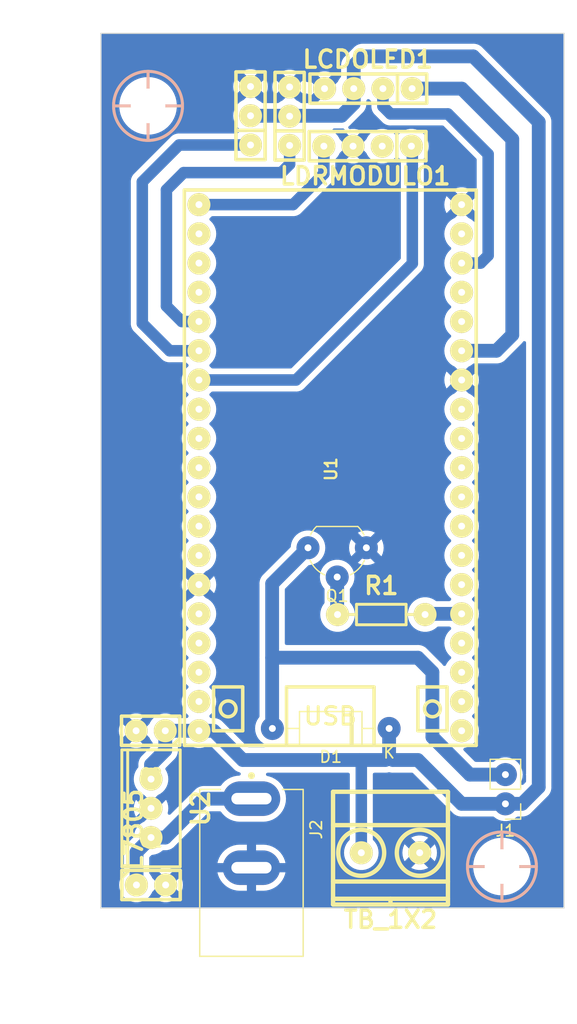
<source format=kicad_pcb>
(kicad_pcb (version 20221018) (generator pcbnew)
  (layers (0 "F.Cu" signal) (31 "B.Cu" signal) (34 "B.Paste" user) (35 "F.Paste" user) (36 "B.SilkS" user "B.Silkscreen") (37 "F.SilkS" user "F.Silkscreen") (38 "B.Mask" user) (39 "F.Mask" user) (44 "Edge.Cuts" user))
  (net 0 "")
  (net 1 "Earth")
  (net 2 "+12V")
  (net 3 "/SDA")
  (net 4 "/SCL")
  (net 5 "+5V")
  (net 6 "/A0")
  (net 8 "Net-(Q1-B)")
  (net 9 "/AUOT")
  (net 10 "+3.3V")
  (net 14 "/SERIAL")
  (net 39 "/ON")
  (net 40 "/motor-")
  (footprint "eestn5:RES0.3" (layer "F.Cu") (at 142.87 101.66)
    (fp_text reference "R1" (at 0 -2.5) (layer "F.SilkS") (effects (font (size 1.5 1.5) (thickness 0.3))))
    (fp_text value "1500" hide)
    (fp_line (start -2.159 -0.889) (end -2.159 0.889) (stroke (width 0.254)) (layer "F.SilkS"))
    (fp_line (start -2.159 0) (end -3.81 0) (stroke (width 0.254)) (layer "F.SilkS"))
    (fp_line (start -2.159 0.889) (end 2.159 0.889) (stroke (width 0.254)) (layer "F.SilkS"))
    (fp_line (start 2.159 -0.889) (end -2.159 -0.889) (stroke (width 0.254)) (layer "F.SilkS"))
    (fp_line (start 2.159 0) (end 3.81 0) (stroke (width 0.254)) (layer "F.SilkS"))
    (fp_line (start 2.159 0.889) (end 2.159 -0.889) (stroke (width 0.254)) (layer "F.SilkS"))
    (pad "1" thru_hole circle (at -3.81 0) (size 2 2) (drill 0.6) (layers "*.Cu" "*.Mask" "F.SilkS") (net 8 "Net-(Q1-B)"))
    (pad "2" thru_hole circle (at 3.81 0) (size 2 2) (drill 0.6) (layers "*.Cu" "*.Mask" "F.SilkS") (net 39 "/ON"))
  )
  (footprint "eestn5:TO-220" (layer "F.Cu") (at 122.83 118.5 90)
    (fp_text reference "U2" (at 0 4.318 90) (layer "F.SilkS") (effects (font (size 1.524 1.524) (thickness 0.3048))))
    (fp_text value "L7805" (at -1.85 -1.518 90) (layer "F.SilkS") (effects (font (size 1.524 1.524) (thickness 0.3048))))
    (fp_line (start -5.08 -2.54) (end -5.08 -1.27) (stroke (width 0.254)) (layer "F.SilkS"))
    (fp_line (start -5.08 -2.032) (end 5.08 -2.032) (stroke (width 0.254)) (layer "F.SilkS"))
    (fp_line (start -5.08 -1.27) (end -5.08 2.54) (stroke (width 0.254)) (layer "F.SilkS"))
    (fp_line (start -5.08 2.54) (end 5.08 2.54) (stroke (width 0.254)) (layer "F.SilkS"))
    (fp_line (start 5.08 -2.54) (end -5.08 -2.54) (stroke (width 0.254)) (layer "F.SilkS"))
    (fp_line (start 5.08 2.54) (end 5.08 -2.54) (stroke (width 0.254)) (layer "F.SilkS"))
    (pad "1" thru_hole circle (at -2.54 0 90) (size 2 2) (drill 0.6) (layers "*.Cu" "*.Mask" "F.SilkS") (net 2 "+12V"))
    (pad "2" thru_hole circle (at 0 0 90) (size 2 2) (drill 0.6) (layers "*.Cu" "*.Mask" "F.SilkS") (net 1 "Earth"))
    (pad "3" thru_hole circle (at 2.54 0 90) (size 2 2) (drill 0.6) (layers "*.Cu" "*.Mask" "F.SilkS") (net 5 "+5V"))
  )
  (footprint "Package_TO_SOT_THT:TO-92_Wide" (layer "F.Cu") (at 141.57 95.86 180)
    (fp_text reference "Q1" (at 2.55 -4.19) (layer "F.SilkS"))
    (fp_text value "PN2222A")
    (fp_line (start 0.74 1.85) (end 4.34 1.85) (stroke (width 0.12)) (layer "F.SilkS"))
    (fp_arc (start 0.172801 -1.103842) (mid 0.678995 -1.832692) (end 1.4 -2.35) (stroke (width 0.12)) (layer "F.SilkS"))
    (fp_arc (start 0.74 1.85) (mid 0.446097 1.509328) (end 0.215816 1.122795) (stroke (width 0.12)) (layer "F.SilkS"))
    (fp_arc (start 3.65 -2.35) (mid 4.382279 -1.833196) (end 4.895458 -1.098371) (stroke (width 0.12)) (layer "F.SilkS"))
    (fp_arc (start 4.864184 1.122795) (mid 4.633903 1.509328) (end 4.34 1.85) (stroke (width 0.12)) (layer "F.SilkS"))
    (pad "1" thru_hole circle (at 0 0 180) (size 2 2) (drill 0.6) (layers "*.Cu" "*.Mask") (net 1 "Earth"))
    (pad "2" thru_hole circle (at 2.54 -2.54 180) (size 2 2) (drill 0.6) (layers "*.Cu" "*.Mask") (net 8 "Net-(Q1-B)"))
    (pad "3" thru_hole circle (at 5.08 0 180) (size 2 2) (drill 0.6) (layers "*.Cu" "*.Mask") (net 40 "/motor-"))
  )
  (footprint "eestn5:pin_strip_4" (layer "F.Cu") (at 141.74 55.96 180)
    (fp_text reference "LCDOLED1" (at 0.05 2.54) (layer "F.SilkS") (effects (font (size 1.5 1.5) (thickness 0.3))))
    (fp_text value "Conn_01x04" hide)
    (fp_line (start -5.08 -1.27) (end 5.08 -1.27) (stroke (width 0.3048)) (layer "F.SilkS"))
    (fp_line (start -5.08 1.27) (end -5.08 -1.27) (stroke (width 0.3048)) (layer "F.SilkS"))
    (fp_line (start -2.54 -1.27) (end -2.54 1.27) (stroke (width 0.3048)) (layer "F.SilkS"))
    (fp_line (start 5.08 -1.27) (end 5.08 1.27) (stroke (width 0.3048)) (layer "F.SilkS"))
    (fp_line (start 5.08 1.27) (end -5.08 1.27) (stroke (width 0.3048)) (layer "F.SilkS"))
    (pad "1" thru_hole circle (at -3.81 0 180) (size 2 2) (drill 0.6) (layers "*.Cu" "*.Mask" "F.SilkS") (net 3 "/SDA"))
    (pad "2" thru_hole circle (at -1.27 0 180) (size 2 2) (drill 0.6) (layers "*.Cu" "*.Mask" "F.SilkS") (net 4 "/SCL"))
    (pad "3" thru_hole circle (at 1.27 0 180) (size 2 2) (drill 0.6) (layers "*.Cu" "*.Mask" "F.SilkS") (net 5 "+5V"))
    (pad "4" thru_hole circle (at 3.81 0 180) (size 2 2) (drill 0.6) (layers "*.Cu" "*.Mask" "F.SilkS") (net 1 "Earth"))
  )
  (footprint "eestn5:CAP_0.1" (layer "F.Cu") (at 122.83 125.16)
    (fp_text reference "C1" (at 0 -3.81) (layer "F.SilkS") (effects (font (size 1.016 1.016) (thickness 0.2032))))
    (fp_text value "0,33uF" hide)
    (fp_line (start -2.54 -0.635) (end -1.905 -1.27) (stroke (width 0.3048)) (layer "F.SilkS"))
    (fp_line (start -2.54 1.27) (end -2.54 -1.27) (stroke (width 0.3048)) (layer "F.SilkS"))
    (fp_line (start -2.4892 -1.27) (end 2.54 -1.27) (stroke (width 0.3048)) (layer "F.SilkS"))
    (fp_line (start 2.54 -1.27) (end 2.54 1.27) (stroke (width 0.3048)) (layer "F.SilkS"))
    (fp_line (start 2.54 1.27) (end -2.54 1.27) (stroke (width 0.3048)) (layer "F.SilkS"))
    (pad "1" thru_hole circle (at -1.27 0) (size 2 2) (drill 0.6) (layers "*.Cu" "*.Mask" "F.SilkS") (net 2 "+12V"))
    (pad "2" thru_hole circle (at 1.27 0) (size 2 2) (drill 0.6) (layers "*.Cu" "*.Mask" "F.SilkS") (net 1 "Earth"))
  )
  (footprint "Diode_THT:D_DO-41_SOD81_P10.16mm_Horizontal" (layer "F.Cu") (at 143.55 111.56 180)
    (fp_text reference "D1" (at 5.08 -2.47) (layer "F.SilkS"))
    (fp_text value "1N4007")
    (fp_text user "K" (at 0 -2.1) (layer "F.SilkS"))
    (fp_line (start 1.34 0) (end 2.36 0) (stroke (width 0.12)) (layer "F.SilkS"))
    (fp_line (start 2.36 -1.47) (end 2.36 1.47) (stroke (width 0.12)) (layer "F.SilkS"))
    (fp_line (start 2.36 1.47) (end 7.8 1.47) (stroke (width 0.12)) (layer "F.SilkS"))
    (fp_line (start 3.14 -1.47) (end 3.14 1.47) (stroke (width 0.12)) (layer "F.SilkS"))
    (fp_line (start 3.26 -1.47) (end 3.26 1.47) (stroke (width 0.12)) (layer "F.SilkS"))
    (fp_line (start 3.38 -1.47) (end 3.38 1.47) (stroke (width 0.12)) (layer "F.SilkS"))
    (fp_line (start 7.8 -1.47) (end 2.36 -1.47) (stroke (width 0.12)) (layer "F.SilkS"))
    (fp_line (start 7.8 1.47) (end 7.8 -1.47) (stroke (width 0.12)) (layer "F.SilkS"))
    (fp_line (start 8.82 0) (end 7.8 0) (stroke (width 0.12)) (layer "F.SilkS"))
    (pad "1" thru_hole circle (at 0 0 180) (size 2 2) (drill 0.6) (layers "*.Cu" "*.Mask") (net 5 "+5V"))
    (pad "2" thru_hole circle (at 10.16 0 180) (size 2 2) (drill 0.6) (layers "*.Cu" "*.Mask") (net 40 "/motor-"))
  )
  (footprint "Connector_PinHeader_2.54mm:PinHeader_1x02_P2.54mm_Vertical" (layer "F.Cu") (at 153.67 118.11 180)
    (fp_text reference "J1" (at 0 -2.33 180) (layer "F.SilkS"))
    (fp_text value "Conn_01x02_Pin")
    (fp_line (start -1.33 -1.33) (end 0 -1.33) (stroke (width 0.12)) (layer "F.SilkS"))
    (fp_line (start -1.33 0) (end -1.33 -1.33) (stroke (width 0.12)) (layer "F.SilkS"))
    (fp_line (start -1.33 1.27) (end -1.33 3.87) (stroke (width 0.12)) (layer "F.SilkS"))
    (fp_line (start -1.33 1.27) (end 1.33 1.27) (stroke (width 0.12)) (layer "F.SilkS"))
    (fp_line (start -1.33 3.87) (end 1.33 3.87) (stroke (width 0.12)) (layer "F.SilkS"))
    (fp_line (start 1.33 1.27) (end 1.33 3.87) (stroke (width 0.12)) (layer "F.SilkS"))
    (pad "1" thru_hole circle (at 0 0 180) (size 2 2) (drill 0.6) (layers "*.Cu" "*.Mask") (net 5 "+5V"))
    (pad "2" thru_hole circle (at 0 2.54 180) (size 2 2) (drill 0.6) (layers "*.Cu" "*.Mask") (net 40 "/motor-"))
  )
  (footprint "eestn5:hole_3mm" (layer "F.Cu") (at 153.37 123.56)
    (fp_text reference "H1" hide)
    (fp_text value "Mounting_Hole" hide)
    (fp_line (start -3 0) (end 3 0) (stroke (width 0.254)) (layer "B.SilkS"))
    (fp_line (start 0 -3) (end 0 3) (stroke (width 0.254)) (layer "B.SilkS"))
    (fp_circle (center 0 0) (end 3 0) (stroke (width 0.254)) (fill none) (layer "B.SilkS"))
    (fp_line (start -3 0) (end 3 0) (stroke (width 0.254)) (layer "F.SilkS"))
    (fp_line (start 0 -3) (end 0 3) (stroke (width 0.254)) (layer "F.SilkS"))
    (fp_circle (center 0 0) (end 3 0) (stroke (width 0.254)) (fill none) (layer "F.SilkS"))
    (pad "" np_thru_hole circle (at 0 0) (size 3 3) (drill 3) (layers "*.Cu" "*.Mask"))
  )
  (footprint "eestn5:Pin_Strip_3" (layer "F.Cu") (at 134.89 58.36 90)
    (fp_text reference "CAUDALIMETRO1" hide)
    (fp_text value "Conn_01X03" hide)
    (fp_line (start -3.81 -1.27) (end -3.81 1.27) (stroke (width 0.3048)) (layer "F.SilkS"))
    (fp_line (start -3.81 -1.27) (end 3.81 -1.27) (stroke (width 0.3048)) (layer "F.SilkS"))
    (fp_line (start -1.27 -1.27) (end -1.27 1.27) (stroke (width 0.3048)) (layer "F.SilkS"))
    (fp_line (start 3.81 -1.27) (end 3.81 1.27) (stroke (width 0.3048)) (layer "F.SilkS"))
    (fp_line (start 3.81 1.27) (end -3.81 1.27) (stroke (width 0.3048)) (layer "F.SilkS"))
    (pad "1" thru_hole circle (at -2.54 0 90) (size 2 2) (drill 0.6) (layers "*.Cu" "*.Mask" "F.SilkS") (net 14 "/SERIAL"))
    (pad "2" thru_hole circle (at 0 0 90) (size 2 2) (drill 0.6) (layers "*.Cu" "*.Mask" "F.SilkS") (net 5 "+5V"))
    (pad "3" thru_hole circle (at 2.54 0 90) (size 2 2) (drill 0.6) (layers "*.Cu" "*.Mask" "F.SilkS") (net 1 "Earth"))
  )
  (footprint "jack dc 12v 2 patas:CUI_PJ-037AH" (layer "F.Cu") (at 131.57 117.66 -90)
    (fp_text reference "J2" (at 2.675 -5.635 90) (layer "F.SilkS"))
    (fp_text value "Jack-DC")
    (fp_line (start -0.8 -4.5) (end 13.7 -4.5) (stroke (width 0.127)) (layer "F.SilkS"))
    (fp_line (start -0.8 -2.7) (end -0.8 -4.5) (stroke (width 0.127)) (layer "F.SilkS"))
    (fp_line (start -0.8 4.5) (end -0.8 2.7) (stroke (width 0.127)) (layer "F.SilkS"))
    (fp_line (start 13.7 -4.5) (end 13.7 4.5) (stroke (width 0.127)) (layer "F.SilkS"))
    (fp_line (start 13.7 4.5) (end -0.8 4.5) (stroke (width 0.127)) (layer "F.SilkS"))
    (fp_circle (center -2 0) (end -1.85 0) (stroke (width 0.3)) (fill none) (layer "F.SilkS"))
    (pad "1" thru_hole oval (at 0 0 270) (size 3 5) (drill oval 1 3.5) (layers "*.Cu" "*.Mask") (net 2 "+12V"))
    (pad "2" thru_hole oval (at 6 0 270) (size 3 5) (drill oval 1 3.5) (layers "*.Cu" "*.Mask") (net 1 "Earth"))
  )
  (footprint "eestn5:pin_strip_4" (layer "F.Cu") (at 141.68 60.96 180)
    (fp_text reference "LDRMODULO1" (at 0.21 -2.6) (layer "F.SilkS") (effects (font (size 1.5 1.5) (thickness 0.3))))
    (fp_text value "Conn_01x04" hide)
    (fp_line (start -5.08 -1.27) (end 5.08 -1.27) (stroke (width 0.3048)) (layer "F.SilkS"))
    (fp_line (start -5.08 1.27) (end -5.08 -1.27) (stroke (width 0.3048)) (layer "F.SilkS"))
    (fp_line (start -2.54 -1.27) (end -2.54 1.27) (stroke (width 0.3048)) (layer "F.SilkS"))
    (fp_line (start 5.08 -1.27) (end 5.08 1.27) (stroke (width 0.3048)) (layer "F.SilkS"))
    (fp_line (start 5.08 1.27) (end -5.08 1.27) (stroke (width 0.3048)) (layer "F.SilkS"))
    (pad "1" thru_hole circle (at -3.81 0 180) (size 2 2) (drill 0.6) (layers "*.Cu" "*.Mask" "F.SilkS") (net 6 "/A0"))
    (pad "2" thru_hole circle (at -1.27 0 180) (size 2 2) (drill 0.6) (layers "*.Cu" "*.Mask" "F.SilkS"))
    (pad "3" thru_hole circle (at 1.27 0 180) (size 2 2) (drill 0.6) (layers "*.Cu" "*.Mask" "F.SilkS") (net 1 "Earth"))
    (pad "4" thru_hole circle (at 3.81 0 180) (size 2 2) (drill 0.6) (layers "*.Cu" "*.Mask" "F.SilkS") (net 10 "+3.3V"))
  )
  (footprint "eestn5:CAP_0.1" (layer "F.Cu") (at 122.8 111.76 180)
    (fp_text reference "C2" (at 0 -3.81) (layer "F.SilkS") (effects (font (size 1.016 1.016) (thickness 0.2032))))
    (fp_text value "0,1uF" hide)
    (fp_line (start -2.54 -0.635) (end -1.905 -1.27) (stroke (width 0.3048)) (layer "F.SilkS"))
    (fp_line (start -2.54 1.27) (end -2.54 -1.27) (stroke (width 0.3048)) (layer "F.SilkS"))
    (fp_line (start -2.4892 -1.27) (end 2.54 -1.27) (stroke (width 0.3048)) (layer "F.SilkS"))
    (fp_line (start 2.54 -1.27) (end 2.54 1.27) (stroke (width 0.3048)) (layer "F.SilkS"))
    (fp_line (start 2.54 1.27) (end -2.54 1.27) (stroke (width 0.3048)) (layer "F.SilkS"))
    (pad "1" thru_hole circle (at -1.27 0 180) (size 2 2) (drill 0.6) (layers "*.Cu" "*.Mask" "F.SilkS") (net 5 "+5V"))
    (pad "2" thru_hole circle (at 1.27 0 180) (size 2 2) (drill 0.6) (layers "*.Cu" "*.Mask" "F.SilkS") (net 1 "Earth"))
  )
  (footprint "eestn5:Pin_Strip_3" (layer "F.Cu") (at 131.49 58.32 90)
    (fp_text reference "SENSORHUMEDAD1" hide)
    (fp_text value "Conn_01X03" hide)
    (fp_line (start -3.81 -1.27) (end -3.81 1.27) (stroke (width 0.3048)) (layer "F.SilkS"))
    (fp_line (start -3.81 -1.27) (end 3.81 -1.27) (stroke (width 0.3048)) (layer "F.SilkS"))
    (fp_line (start -1.27 -1.27) (end -1.27 1.27) (stroke (width 0.3048)) (layer "F.SilkS"))
    (fp_line (start 3.81 -1.27) (end 3.81 1.27) (stroke (width 0.3048)) (layer "F.SilkS"))
    (fp_line (start 3.81 1.27) (end -3.81 1.27) (stroke (width 0.3048)) (layer "F.SilkS"))
    (pad "1" thru_hole circle (at -2.54 0 90) (size 2 2) (drill 0.6) (layers "*.Cu" "*.Mask" "F.SilkS") (net 9 "/AUOT"))
    (pad "2" thru_hole circle (at 0 0 90) (size 2 2) (drill 0.6) (layers "*.Cu" "*.Mask" "F.SilkS") (net 5 "+5V"))
    (pad "3" thru_hole circle (at 2.54 0 90) (size 2 2) (drill 0.6) (layers "*.Cu" "*.Mask" "F.SilkS") (net 1 "Earth"))
  )
  (footprint "eestn5:ESP32S" (layer "F.Cu") (at 138.43 88.9 -90)
    (fp_text reference "U1" (at 0.127 -0.0635 90) (layer "F.SilkS") (effects (font (size 1.016 1.016) (thickness 0.2032))))
    (fp_text value "ESP32_DEVKITC" hide)
    (fp_text user "USB" (at 21.59 0) (layer "F.SilkS") (effects (font (size 1.524 1.524) (thickness 0.254))))
    (fp_line (start -24.13 -12.7) (end -24.13 12.7) (stroke (width 0.3048)) (layer "F.SilkS"))
    (fp_line (start -24.13 -12.7) (end 24.13 -12.7) (stroke (width 0.3048)) (layer "F.SilkS"))
    (fp_line (start 19.05 -10.16) (end 19.05 -7.62) (stroke (width 0.3048)) (layer "F.SilkS"))
    (fp_line (start 19.05 -7.62) (end 22.86 -7.62) (stroke (width 0.3048)) (layer "F.SilkS"))
    (fp_line (start 19.05 -3.81) (end 19.05 3.81) (stroke (width 0.3048)) (layer "F.SilkS"))
    (fp_line (start 19.05 3.81) (end 24.13 3.81) (stroke (width 0.3048)) (layer "F.SilkS"))
    (fp_line (start 19.05 7.62) (end 22.86 7.62) (stroke (width 0.3048)) (layer "F.SilkS"))
    (fp_line (start 19.05 10.16) (end 19.05 7.62) (stroke (width 0.3048)) (layer "F.SilkS"))
    (fp_line (start 22.86 -10.16) (end 19.05 -10.16) (stroke (width 0.3048)) (layer "F.SilkS"))
    (fp_line (start 22.86 -7.62) (end 22.86 -10.16) (stroke (width 0.3048)) (layer "F.SilkS"))
    (fp_line (start 22.86 7.62) (end 22.86 10.16) (stroke (width 0.3048)) (layer "F.SilkS"))
    (fp_line (start 22.86 10.16) (end 19.05 10.16) (stroke (width 0.3048)) (layer "F.SilkS"))
    (fp_line (start 24.13 -3.81) (end 19.05 -3.81) (stroke (width 0.3048)) (layer "F.SilkS"))
    (fp_line (start 24.13 12.7) (end -24.13 12.7) (stroke (width 0.3048)) (layer "F.SilkS"))
    (fp_line (start 24.13 12.7) (end 24.13 -12.7) (stroke (width 0.3048)) (layer "F.SilkS"))
    (fp_circle (center 20.955 -8.89) (end 21.5265 -8.509) (stroke (width 0.3048)) (fill none) (layer "F.SilkS"))
    (fp_circle (center 20.955 8.89) (end 21.5265 9.271) (stroke (width 0.3048)) (fill none) (layer "F.SilkS"))
    (pad "1" thru_hole circle (at -22.86 11.43 270) (size 2 2) (drill 0.6) (layers "*.Cu" "*.Mask" "F.SilkS") (net 10 "+3.3V"))
    (pad "2" thru_hole circle (at -20.32 11.43 270) (size 2 2) (drill 0.6) (layers "*.Cu" "*.Mask" "F.SilkS"))
    (pad "3" thru_hole circle (at -17.78 11.43 270) (size 2 2) (drill 0.6) (layers "*.Cu" "*.Mask" "F.SilkS"))
    (pad "4" thru_hole circle (at -15.24 11.43 270) (size 2 2) (drill 0.6) (layers "*.Cu" "*.Mask" "F.SilkS"))
    (pad "5" thru_hole circle (at -12.7 11.43 270) (size 2 2) (drill 0.6) (layers "*.Cu" "*.Mask" "F.SilkS") (net 14 "/SERIAL"))
    (pad "6" thru_hole circle (at -10.16 11.43 270) (size 2 2) (drill 0.6) (layers "*.Cu" "*.Mask" "F.SilkS") (net 9 "/AUOT"))
    (pad "7" thru_hole circle (at -7.62 11.43 270) (size 2 2) (drill 0.6) (layers "*.Cu" "*.Mask" "F.SilkS") (net 6 "/A0"))
    (pad "8" thru_hole circle (at -5.08 11.43 270) (size 2 2) (drill 0.6) (layers "*.Cu" "*.Mask" "F.SilkS"))
    (pad "9" thru_hole circle (at -2.54 11.43 270) (size 2 2) (drill 0.6) (layers "*.Cu" "*.Mask" "F.SilkS"))
    (pad "10" thru_hole circle (at 0 11.43 270) (size 2 2) (drill 0.6) (layers "*.Cu" "*.Mask" "F.SilkS"))
    (pad "11" thru_hole circle (at 2.54 11.43 270) (size 2 2) (drill 0.6) (layers "*.Cu" "*.Mask" "F.SilkS"))
    (pad "12" thru_hole circle (at 5.08 11.43 270) (size 2 2) (drill 0.6) (layers "*.Cu" "*.Mask" "F.SilkS"))
    (pad "13" thru_hole circle (at 7.62 11.43 270) (size 2 2) (drill 0.6) (layers "*.Cu" "*.Mask" "F.SilkS"))
    (pad "14" thru_hole circle (at 10.16 11.43 270) (size 2 2) (drill 0.6) (layers "*.Cu" "*.Mask" "F.SilkS") (net 1 "Earth"))
    (pad "15" thru_hole circle (at 12.7 11.43 270) (size 2 2) (drill 0.6) (layers "*.Cu" "*.Mask" "F.SilkS"))
    (pad "16" thru_hole circle (at 15.24 11.43 270) (size 2 2) (drill 0.6) (layers "*.Cu" "*.Mask" "F.SilkS"))
    (pad "17" thru_hole circle (at 17.78 11.43 270) (size 2 2) (drill 0.6) (layers "*.Cu" "*.Mask" "F.SilkS"))
    (pad "18" thru_hole circle (at 20.32 11.43 270) (size 2 2) (drill 0.6) (layers "*.Cu" "*.Mask" "F.SilkS"))
    (pad "19" thru_hole circle (at 22.86 11.43 270) (size 2 2) (drill 0.6) (layers "*.Cu" "*.Mask" "F.SilkS") (net 5 "+5V"))
    (pad "20" thru_hole circle (at 22.86 -11.43 270) (size 2 2) (drill 0.6) (layers "*.Cu" "*.Mask" "F.SilkS"))
    (pad "21" thru_hole circle (at 20.32 -11.43 270) (size 2 2) (drill 0.6) (layers "*.Cu" "*.Mask" "F.SilkS"))
    (pad "22" thru_hole circle (at 17.78 -11.43 270) (size 2 2) (drill 0.6) (layers "*.Cu" "*.Mask" "F.SilkS"))
    (pad "23" thru_hole circle (at 15.24 -11.43 270) (size 2 2) (drill 0.6) (layers "*.Cu" "*.Mask" "F.SilkS"))
    (pad "24" thru_hole circle (at 12.7 -11.43 270) (size 2 2) (drill 0.6) (layers "*.Cu" "*.Mask" "F.SilkS") (net 39 "/ON"))
    (pad "25" thru_hole circle (at 10.16 -11.43 270) (size 2 2) (drill 0.6) (layers "*.Cu" "*.Mask" "F.SilkS"))
    (pad "26" thru_hole circle (at 7.62 -11.43 270) (size 2 2) (drill 0.6) (layers "*.Cu" "*.Mask" "F.SilkS"))
    (pad "27" thru_hole circle (at 5.08 -11.43 270) (size 2 2) (drill 0.6) (layers "*.Cu" "*.Mask" "F.SilkS"))
    (pad "28" thru_hole circle (at 2.54 -11.43 270) (size 2 2) (drill 0.6) (layers "*.Cu" "*.Mask" "F.SilkS"))
    (pad "29" thru_hole circle (at 0 -11.43 270) (size 2 2) (drill 0.6) (layers "*.Cu" "*.Mask" "F.SilkS"))
    (pad "30" thru_hole circle (at -2.54 -11.43 270) (size 2 2) (drill 0.6) (layers "*.Cu" "*.Mask" "F.SilkS"))
    (pad "31" thru_hole circle (at -5.08 -11.43 270) (size 2 2) (drill 0.6) (layers "*.Cu" "*.Mask" "F.SilkS"))
    (pad "32" thru_hole circle (at -7.62 -11.43 270) (size 2 2) (drill 0.6) (layers "*.Cu" "*.Mask" "F.SilkS") (net 1 "Earth"))
    (pad "33" thru_hole circle (at -10.16 -11.43 270) (size 2 2) (drill 0.6) (layers "*.Cu" "*.Mask" "F.SilkS") (net 3 "/SDA"))
    (pad "34" thru_hole circle (at -12.7 -11.43 270) (size 2 2) (drill 0.6) (layers "*.Cu" "*.Mask" "F.SilkS"))
    (pad "35" thru_hole circle (at -15.24 -11.43 270) (size 2 2) (drill 0.6) (layers "*.Cu" "*.Mask" "F.SilkS"))
    (pad "36" thru_hole circle (at -17.78 -11.43 270) (size 2 2) (drill 0.6) (layers "*.Cu" "*.Mask" "F.SilkS") (net 4 "/SCL"))
    (pad "37" thru_hole circle (at -20.32 -11.43 270) (size 2 2) (drill 0.6) (layers "*.Cu" "*.Mask" "F.SilkS"))
    (pad "38" thru_hole circle (at -22.86 -11.43 270) (size 2 2) (drill 0.6) (layers "*.Cu" "*.Mask" "F.SilkS") (net 1 "Earth"))
  )
  (footprint "eestn5:BORNERA2" (layer "F.Cu") (at 143.67 122.36)
    (fp_text reference "J4" hide)
    (fp_text value "TB_1X2" (at 0 5.8) (layer "F.SilkS") (effects (font (size 1.5 1.5) (thickness 0.3))))
    (fp_line (start -5 -5.3) (end -5 4.5) (stroke (width 0.381)) (layer "F.SilkS"))
    (fp_line (start -5 -2.4) (end 5 -2.4) (stroke (width 0.381)) (layer "F.SilkS"))
    (fp_line (start -5 2.5) (end 5 2.5) (stroke (width 0.381)) (layer "F.SilkS"))
    (fp_line (start -5 4) (end 5 4) (stroke (width 0.381)) (layer "F.SilkS"))
    (fp_line (start -5 4.5) (end 5 4.5) (stroke (width 0.381)) (layer "F.SilkS"))
    (fp_line (start 0 4) (end 0 4.5) (stroke (width 0.381)) (layer "F.SilkS"))
    (fp_line (start 5 -5.3) (end -5 -5.3) (stroke (width 0.381)) (layer "F.SilkS"))
    (fp_line (start 5 4.5) (end 5 -5.3) (stroke (width 0.381)) (layer "F.SilkS"))
    (fp_circle (center -2.55 0) (end -0.55 0) (stroke (width 0.381)) (fill none) (layer "F.SilkS"))
    (fp_circle (center 2.55 0) (end 0.55 0) (stroke (width 0.381)) (fill none) (layer "F.SilkS"))
    (pad "1" thru_hole circle (at -2.54 0) (size 2 2) (drill 0.6) (layers "*.Cu" "*.Mask" "F.SilkS") (net 5 "+5V"))
    (pad "2" thru_hole circle (at 2.54 0) (size 2 2) (drill 0.6) (layers "*.Cu" "*.Mask" "F.SilkS") (net 1 "Earth"))
  )
  (footprint "eestn5:hole_3mm" (layer "B.Cu") (at 122.57 57.46 180)
    (fp_text reference "H2" hide)
    (fp_text value "Mounting_Hole" hide)
    (fp_line (start -3 0) (end 3 0) (stroke (width 0.254)) (layer "B.SilkS"))
    (fp_line (start 0 3) (end 0 -3) (stroke (width 0.254)) (layer "B.SilkS"))
    (fp_circle (center 0 0) (end 3 0) (stroke (width 0.254)) (fill none) (layer "B.SilkS"))
    (fp_line (start -3 0) (end 3 0) (stroke (width 0.254)) (layer "F.SilkS"))
    (fp_line (start 0 3) (end 0 -3) (stroke (width 0.254)) (layer "F.SilkS"))
    (fp_circle (center 0 0) (end 3 0) (stroke (width 0.254)) (fill none) (layer "F.SilkS"))
    (pad "" np_thru_hole circle (at 0 0 180) (size 3 3) (drill 3) (layers "*.Cu" "*.Mask"))
  )
  (gr_line (start 118.47 127.16) (end 158.77 127.16) (stroke (width 0.1)) (layer "Edge.Cuts"))
  (gr_line (start 158.77 127.16) (end 158.77 51.16) (stroke (width 0.1)) (layer "Edge.Cuts"))
  (gr_line (start 118.47 51.16) (end 118.47 127.16) (stroke (width 0.1)) (layer "Edge.Cuts"))
  (gr_line (start 158.77 51.16) (end 118.47 51.16) (stroke (width 0.1)) (layer "Edge.Cuts"))
  (segment (start 121.57 122.3) (end 121.57 125.15) (width 1.2) (layer "B.Cu") (net 2))
  (segment (start 127.45 117.66) (end 131.57 117.66) (width 1.2) (layer "B.Cu") (net 2))
  (segment (start 122.83 121.04) (end 121.57 122.3) (width 1.2) (layer "B.Cu") (net 2))
  (segment (start 121.57 125.15) (end 121.56 125.16) (width 1.2) (layer "B.Cu") (net 2))
  (segment (start 122.83 121.04) (end 124.07 121.04) (width 1.2) (layer "B.Cu") (net 2))
  (segment (start 124.07 121.04) (end 127.45 117.66) (width 1.2) (layer "B.Cu") (net 2))
  (segment (start 149.87 55.96) (end 154.27 60.36) (width 1.2) (layer "B.Cu") (net 3))
  (segment (start 145.55 55.96) (end 149.87 55.96) (width 1.2) (layer "B.Cu") (net 3))
  (segment (start 154.27 60.36) (end 154.27 77.36) (width 1.2) (layer "B.Cu") (net 3))
  (segment (start 154.27 77.36) (end 152.89 78.74) (width 1.2) (layer "B.Cu") (net 3))
  (segment (start 152.89 78.74) (end 149.86 78.74) (width 1.2) (layer "B.Cu") (net 3))
  (segment (start 143.01 57.5) (end 143.67 58.16) (width 1) (layer "B.Cu") (net 4))
  (segment (start 151.51 71.12) (end 149.86 71.12) (width 1) (layer "B.Cu") (net 4))
  (segment (start 152.17 70.46) (end 151.51 71.12) (width 1) (layer "B.Cu") (net 4))
  (segment (start 152.17 61.66) (end 152.17 70.46) (width 1) (layer "B.Cu") (net 4))
  (segment (start 143.01 55.96) (end 143.01 57.5) (width 1) (layer "B.Cu") (net 4))
  (segment (start 148.67 58.16) (end 152.17 61.66) (width 1) (layer "B.Cu") (net 4))
  (segment (start 143.67 58.16) (end 148.67 58.16) (width 1) (layer "B.Cu") (net 4))
  (segment (start 143.55 113.98) (end 143.55 111.56) (width 1.2) (layer "B.Cu") (net 5))
  (segment (start 149.86 118.11) (end 153.67 118.11) (width 1.2) (layer "B.Cu") (net 5))
  (segment (start 128.27 111.76) (end 130.81 114.3) (width 1.2) (layer "B.Cu") (net 5))
  (segment (start 122.83 114.7) (end 124.07 113.46) (width 1.2) (layer "B.Cu") (net 5))
  (segment (start 139.41 58.32) (end 140.47 57.26) (width 1.2) (layer "B.Cu") (net 5))
  (segment (start 130.81 114.3) (end 140.97 114.3) (width 1.2) (layer "B.Cu") (net 5))
  (segment (start 156.57 116.66) (end 156.57 58.86) (width 1.2) (layer "B.Cu") (net 5))
  (segment (start 122.83 115.96) (end 122.83 114.7) (width 1.2) (layer "B.Cu") (net 5))
  (segment (start 124.07 113.46) (end 124.07 111.76) (width 1.2) (layer "B.Cu") (net 5))
  (segment (start 140.47 53.96) (end 140.47 55.96) (width 1.2) (layer "B.Cu") (net 5))
  (segment (start 141.27 53.16) (end 140.47 53.96) (width 1.2) (layer "B.Cu") (net 5))
  (segment (start 140.47 57.26) (end 140.47 55.96) (width 1.2) (layer "B.Cu") (net 5))
  (segment (start 155.12 118.11) (end 156.57 116.66) (width 1.2) (layer "B.Cu") (net 5))
  (segment (start 140.97 114.3) (end 143.23 114.3) (width 1.2) (layer "B.Cu") (net 5))
  (segment (start 143.23 114.3) (end 143.55 113.98) (width 1.2) (layer "B.Cu") (net 5))
  (segment (start 131.49 58.32) (end 139.41 58.32) (width 1.2) (layer "B.Cu") (net 5))
  (segment (start 150.87 53.16) (end 141.27 53.16) (width 1.2) (layer "B.Cu") (net 5))
  (segment (start 134.85 58.32) (end 134.89 58.36) (width 1.2) (layer "B.Cu") (net 5))
  (segment (start 127 111.76) (end 128.27 111.76) (width 1.2) (layer "B.Cu") (net 5))
  (segment (start 141.13 114.46) (end 140.97 114.3) (width 1) (layer "B.Cu") (net 5))
  (segment (start 156.57 58.86) (end 150.87 53.16) (width 1.2) (layer "B.Cu") (net 5))
  (segment (start 127 111.76) (end 124.07 111.76) (width 1.2) (layer "B.Cu") (net 5))
  (segment (start 143.55 113.98) (end 143.87 114.3) (width 1.2) (layer "B.Cu") (net 5))
  (segment (start 153.67 118.11) (end 155.12 118.11) (width 1.2) (layer "B.Cu") (net 5))
  (segment (start 141.13 122.36) (end 141.13 114.46) (width 1) (layer "B.Cu") (net 5))
  (segment (start 143.87 114.3) (end 146.05 114.3) (width 1.2) (layer "B.Cu") (net 5))
  (segment (start 146.05 114.3) (end 149.86 118.11) (width 1.2) (layer "B.Cu") (net 5))
  (segment (start 145.57 61.04) (end 145.57 71.16) (width 1) (layer "B.Cu") (net 6))
  (segment (start 135.45 81.28) (end 127 81.28) (width 1) (layer "B.Cu") (net 6))
  (segment (start 145.57 71.16) (end 135.45 81.28) (width 1) (layer "B.Cu") (net 6))
  (segment (start 145.49 60.96) (end 145.57 61.04) (width 1) (layer "B.Cu") (net 6))
  (segment (start 139.03 98.4) (end 139.03 101.63) (width 1.2) (layer "B.Cu") (net 8))
  (segment (start 139.03 101.63) (end 139.06 101.66) (width 1.2) (layer "B.Cu") (net 8))
  (segment (start 131.49 60.86) (end 125.27 60.86) (width 1) (layer "B.Cu") (net 9))
  (segment (start 122.07 64.06) (end 122.07 76.36) (width 1) (layer "B.Cu") (net 9))
  (segment (start 125.27 60.86) (end 122.07 64.06) (width 1) (layer "B.Cu") (net 9))
  (segment (start 122.07 76.36) (end 124.45 78.74) (width 1) (layer "B.Cu") (net 9))
  (segment (start 124.45 78.74) (end 127 78.74) (width 1) (layer "B.Cu") (net 9))
  (segment (start 137.87 60.96) (end 137.97 60.86) (width 1.2) (layer "B.Cu") (net 10))
  (segment (start 137.87 63.36) (end 137.87 60.96) (width 1) (layer "B.Cu") (net 10))
  (segment (start 135.19 66.04) (end 137.87 63.36) (width 1) (layer "B.Cu") (net 10))
  (segment (start 127 66.04) (end 135.19 66.04) (width 1) (layer "B.Cu") (net 10))
  (segment (start 124.17 74.86) (end 125.51 76.2) (width 1) (layer "B.Cu") (net 14))
  (segment (start 134.89 60.9) (end 134.89 62.54) (width 1) (layer "B.Cu") (net 14))
  (segment (start 124.17 64.76) (end 124.17 74.86) (width 1) (layer "B.Cu") (net 14))
  (segment (start 125.67 63.26) (end 124.17 64.76) (width 1) (layer "B.Cu") (net 14))
  (segment (start 134.89 62.54) (end 134.17 63.26) (width 1) (layer "B.Cu") (net 14))
  (segment (start 134.17 63.26) (end 125.67 63.26) (width 1) (layer "B.Cu") (net 14))
  (segment (start 125.51 76.2) (end 127 76.2) (width 1) (layer "B.Cu") (net 14))
  (segment (start 146.74 101.6) (end 146.68 101.66) (width 1.2) (layer "B.Cu") (net 39))
  (segment (start 149.86 101.6) (end 146.74 101.6) (width 1.2) (layer "B.Cu") (net 39))
  (segment (start 133.37 98.98) (end 133.37 105.41) (width 1.2) (layer "B.Cu") (net 40))
  (segment (start 133.37 105.41) (end 133.37 111.54) (width 1.2) (layer "B.Cu") (net 40))
  (segment (start 147.32 112.31) (end 150.58 115.57) (width 1.2) (layer "B.Cu") (net 40))
  (segment (start 136.49 95.86) (end 133.37 98.98) (width 1.2) (layer "B.Cu") (net 40))
  (segment (start 150.58 115.57) (end 153.67 115.57) (width 1.2) (layer "B.Cu") (net 40))
  (segment (start 133.37 111.54) (end 133.39 111.56) (width 1.2) (layer "B.Cu") (net 40))
  (segment (start 147.32 106.68) (end 147.32 112.31) (width 1.2) (layer "B.Cu") (net 40))
  (segment (start 146.05 105.41) (end 147.32 106.68) (width 1.2) (layer "B.Cu") (net 40))
  (segment (start 133.19 111.76) (end 133.39 111.56) (width 1.2) (layer "B.Cu") (net 40))
  (segment (start 133.37 105.41) (end 146.05 105.41) (width 1.2) (layer "B.Cu") (net 40))
  (zone (net 1) (net_name "Earth") (layer "B.Cu") (connect_pads (clearance 0.5)) (min_thickness 0.3) (fill yes (thermal_gap 0.5) (thermal_bridge_width 0.8))
    (polygon (pts (xy 115.57 48.26) (xy 158.75 48.26) (xy 158.75 132.08) (xy 115.57 132.08)))
  )
)
</source>
